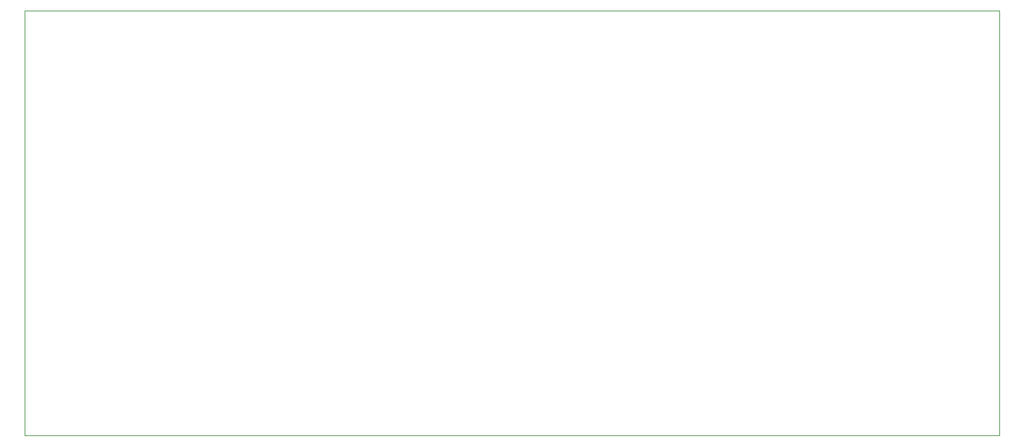
<source format=gbr>
%TF.GenerationSoftware,KiCad,Pcbnew,8.0.0*%
%TF.CreationDate,2024-06-11T16:37:06+02:00*%
%TF.ProjectId,SolarModular,536f6c61-724d-46f6-9475-6c61722e6b69,rev?*%
%TF.SameCoordinates,PX2bde780PYa2fd99f*%
%TF.FileFunction,Profile,NP*%
%FSLAX46Y46*%
G04 Gerber Fmt 4.6, Leading zero omitted, Abs format (unit mm)*
G04 Created by KiCad (PCBNEW 8.0.0) date 2024-06-11 16:37:06*
%MOMM*%
%LPD*%
G01*
G04 APERTURE LIST*
%TA.AperFunction,Profile*%
%ADD10C,0.050000*%
%TD*%
G04 APERTURE END LIST*
D10*
X0Y54000000D02*
X123908063Y54000000D01*
X123908063Y0D01*
X0Y0D01*
X0Y54000000D01*
M02*

</source>
